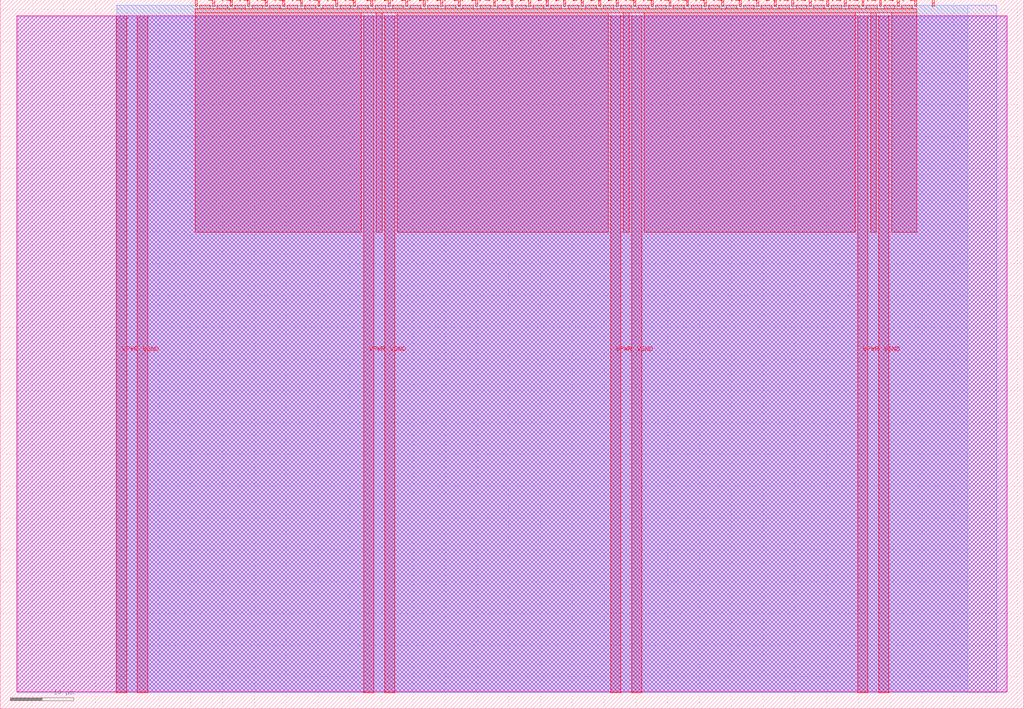
<source format=lef>
VERSION 5.7 ;
  NOWIREEXTENSIONATPIN ON ;
  DIVIDERCHAR "/" ;
  BUSBITCHARS "[]" ;
MACRO tt_um_kishorenetheti_tt16_mips
  CLASS BLOCK ;
  FOREIGN tt_um_kishorenetheti_tt16_mips ;
  ORIGIN 0.000 0.000 ;
  SIZE 161.000 BY 111.520 ;
  PIN VGND
    DIRECTION INOUT ;
    USE GROUND ;
    PORT
      LAYER met4 ;
        RECT 21.580 2.480 23.180 109.040 ;
    END
    PORT
      LAYER met4 ;
        RECT 60.450 2.480 62.050 109.040 ;
    END
    PORT
      LAYER met4 ;
        RECT 99.320 2.480 100.920 109.040 ;
    END
    PORT
      LAYER met4 ;
        RECT 138.190 2.480 139.790 109.040 ;
    END
  END VGND
  PIN VPWR
    DIRECTION INOUT ;
    USE POWER ;
    PORT
      LAYER met4 ;
        RECT 18.280 2.480 19.880 109.040 ;
    END
    PORT
      LAYER met4 ;
        RECT 57.150 2.480 58.750 109.040 ;
    END
    PORT
      LAYER met4 ;
        RECT 96.020 2.480 97.620 109.040 ;
    END
    PORT
      LAYER met4 ;
        RECT 134.890 2.480 136.490 109.040 ;
    END
  END VPWR
  PIN clk
    DIRECTION INPUT ;
    USE SIGNAL ;
    ANTENNAGATEAREA 0.852000 ;
    PORT
      LAYER met4 ;
        RECT 143.830 110.520 144.130 111.520 ;
    END
  END clk
  PIN ena
    DIRECTION INPUT ;
    USE SIGNAL ;
    PORT
      LAYER met4 ;
        RECT 146.590 110.520 146.890 111.520 ;
    END
  END ena
  PIN rst_n
    DIRECTION INPUT ;
    USE SIGNAL ;
    ANTENNAGATEAREA 0.213000 ;
    PORT
      LAYER met4 ;
        RECT 141.070 110.520 141.370 111.520 ;
    END
  END rst_n
  PIN ui_in[0]
    DIRECTION INPUT ;
    USE SIGNAL ;
    PORT
      LAYER met4 ;
        RECT 138.310 110.520 138.610 111.520 ;
    END
  END ui_in[0]
  PIN ui_in[1]
    DIRECTION INPUT ;
    USE SIGNAL ;
    PORT
      LAYER met4 ;
        RECT 135.550 110.520 135.850 111.520 ;
    END
  END ui_in[1]
  PIN ui_in[2]
    DIRECTION INPUT ;
    USE SIGNAL ;
    PORT
      LAYER met4 ;
        RECT 132.790 110.520 133.090 111.520 ;
    END
  END ui_in[2]
  PIN ui_in[3]
    DIRECTION INPUT ;
    USE SIGNAL ;
    PORT
      LAYER met4 ;
        RECT 130.030 110.520 130.330 111.520 ;
    END
  END ui_in[3]
  PIN ui_in[4]
    DIRECTION INPUT ;
    USE SIGNAL ;
    PORT
      LAYER met4 ;
        RECT 127.270 110.520 127.570 111.520 ;
    END
  END ui_in[4]
  PIN ui_in[5]
    DIRECTION INPUT ;
    USE SIGNAL ;
    PORT
      LAYER met4 ;
        RECT 124.510 110.520 124.810 111.520 ;
    END
  END ui_in[5]
  PIN ui_in[6]
    DIRECTION INPUT ;
    USE SIGNAL ;
    PORT
      LAYER met4 ;
        RECT 121.750 110.520 122.050 111.520 ;
    END
  END ui_in[6]
  PIN ui_in[7]
    DIRECTION INPUT ;
    USE SIGNAL ;
    PORT
      LAYER met4 ;
        RECT 118.990 110.520 119.290 111.520 ;
    END
  END ui_in[7]
  PIN uio_in[0]
    DIRECTION INPUT ;
    USE SIGNAL ;
    PORT
      LAYER met4 ;
        RECT 116.230 110.520 116.530 111.520 ;
    END
  END uio_in[0]
  PIN uio_in[1]
    DIRECTION INPUT ;
    USE SIGNAL ;
    PORT
      LAYER met4 ;
        RECT 113.470 110.520 113.770 111.520 ;
    END
  END uio_in[1]
  PIN uio_in[2]
    DIRECTION INPUT ;
    USE SIGNAL ;
    PORT
      LAYER met4 ;
        RECT 110.710 110.520 111.010 111.520 ;
    END
  END uio_in[2]
  PIN uio_in[3]
    DIRECTION INPUT ;
    USE SIGNAL ;
    PORT
      LAYER met4 ;
        RECT 107.950 110.520 108.250 111.520 ;
    END
  END uio_in[3]
  PIN uio_in[4]
    DIRECTION INPUT ;
    USE SIGNAL ;
    PORT
      LAYER met4 ;
        RECT 105.190 110.520 105.490 111.520 ;
    END
  END uio_in[4]
  PIN uio_in[5]
    DIRECTION INPUT ;
    USE SIGNAL ;
    PORT
      LAYER met4 ;
        RECT 102.430 110.520 102.730 111.520 ;
    END
  END uio_in[5]
  PIN uio_in[6]
    DIRECTION INPUT ;
    USE SIGNAL ;
    PORT
      LAYER met4 ;
        RECT 99.670 110.520 99.970 111.520 ;
    END
  END uio_in[6]
  PIN uio_in[7]
    DIRECTION INPUT ;
    USE SIGNAL ;
    PORT
      LAYER met4 ;
        RECT 96.910 110.520 97.210 111.520 ;
    END
  END uio_in[7]
  PIN uio_oe[0]
    DIRECTION OUTPUT ;
    USE SIGNAL ;
    PORT
      LAYER met4 ;
        RECT 49.990 110.520 50.290 111.520 ;
    END
  END uio_oe[0]
  PIN uio_oe[1]
    DIRECTION OUTPUT ;
    USE SIGNAL ;
    PORT
      LAYER met4 ;
        RECT 47.230 110.520 47.530 111.520 ;
    END
  END uio_oe[1]
  PIN uio_oe[2]
    DIRECTION OUTPUT ;
    USE SIGNAL ;
    PORT
      LAYER met4 ;
        RECT 44.470 110.520 44.770 111.520 ;
    END
  END uio_oe[2]
  PIN uio_oe[3]
    DIRECTION OUTPUT ;
    USE SIGNAL ;
    PORT
      LAYER met4 ;
        RECT 41.710 110.520 42.010 111.520 ;
    END
  END uio_oe[3]
  PIN uio_oe[4]
    DIRECTION OUTPUT ;
    USE SIGNAL ;
    PORT
      LAYER met4 ;
        RECT 38.950 110.520 39.250 111.520 ;
    END
  END uio_oe[4]
  PIN uio_oe[5]
    DIRECTION OUTPUT ;
    USE SIGNAL ;
    PORT
      LAYER met4 ;
        RECT 36.190 110.520 36.490 111.520 ;
    END
  END uio_oe[5]
  PIN uio_oe[6]
    DIRECTION OUTPUT ;
    USE SIGNAL ;
    PORT
      LAYER met4 ;
        RECT 33.430 110.520 33.730 111.520 ;
    END
  END uio_oe[6]
  PIN uio_oe[7]
    DIRECTION OUTPUT ;
    USE SIGNAL ;
    PORT
      LAYER met4 ;
        RECT 30.670 110.520 30.970 111.520 ;
    END
  END uio_oe[7]
  PIN uio_out[0]
    DIRECTION OUTPUT ;
    USE SIGNAL ;
    ANTENNADIFFAREA 0.445500 ;
    PORT
      LAYER met4 ;
        RECT 72.070 110.520 72.370 111.520 ;
    END
  END uio_out[0]
  PIN uio_out[1]
    DIRECTION OUTPUT ;
    USE SIGNAL ;
    ANTENNADIFFAREA 0.445500 ;
    PORT
      LAYER met4 ;
        RECT 69.310 110.520 69.610 111.520 ;
    END
  END uio_out[1]
  PIN uio_out[2]
    DIRECTION OUTPUT ;
    USE SIGNAL ;
    ANTENNADIFFAREA 0.445500 ;
    PORT
      LAYER met4 ;
        RECT 66.550 110.520 66.850 111.520 ;
    END
  END uio_out[2]
  PIN uio_out[3]
    DIRECTION OUTPUT ;
    USE SIGNAL ;
    ANTENNADIFFAREA 0.445500 ;
    PORT
      LAYER met4 ;
        RECT 63.790 110.520 64.090 111.520 ;
    END
  END uio_out[3]
  PIN uio_out[4]
    DIRECTION OUTPUT ;
    USE SIGNAL ;
    PORT
      LAYER met4 ;
        RECT 61.030 110.520 61.330 111.520 ;
    END
  END uio_out[4]
  PIN uio_out[5]
    DIRECTION OUTPUT ;
    USE SIGNAL ;
    PORT
      LAYER met4 ;
        RECT 58.270 110.520 58.570 111.520 ;
    END
  END uio_out[5]
  PIN uio_out[6]
    DIRECTION OUTPUT ;
    USE SIGNAL ;
    PORT
      LAYER met4 ;
        RECT 55.510 110.520 55.810 111.520 ;
    END
  END uio_out[6]
  PIN uio_out[7]
    DIRECTION OUTPUT ;
    USE SIGNAL ;
    PORT
      LAYER met4 ;
        RECT 52.750 110.520 53.050 111.520 ;
    END
  END uio_out[7]
  PIN uo_out[0]
    DIRECTION OUTPUT ;
    USE SIGNAL ;
    ANTENNAGATEAREA 1.615500 ;
    ANTENNADIFFAREA 1.075200 ;
    PORT
      LAYER met4 ;
        RECT 94.150 110.520 94.450 111.520 ;
    END
  END uo_out[0]
  PIN uo_out[1]
    DIRECTION OUTPUT ;
    USE SIGNAL ;
    ANTENNAGATEAREA 0.465000 ;
    ANTENNADIFFAREA 1.075200 ;
    PORT
      LAYER met4 ;
        RECT 91.390 110.520 91.690 111.520 ;
    END
  END uo_out[1]
  PIN uo_out[2]
    DIRECTION OUTPUT ;
    USE SIGNAL ;
    ANTENNAGATEAREA 1.242000 ;
    ANTENNADIFFAREA 1.075200 ;
    PORT
      LAYER met4 ;
        RECT 88.630 110.520 88.930 111.520 ;
    END
  END uo_out[2]
  PIN uo_out[3]
    DIRECTION OUTPUT ;
    USE SIGNAL ;
    ANTENNAGATEAREA 0.247500 ;
    ANTENNADIFFAREA 0.891000 ;
    PORT
      LAYER met4 ;
        RECT 85.870 110.520 86.170 111.520 ;
    END
  END uo_out[3]
  PIN uo_out[4]
    DIRECTION OUTPUT ;
    USE SIGNAL ;
    ANTENNAGATEAREA 0.247500 ;
    ANTENNADIFFAREA 0.891000 ;
    PORT
      LAYER met4 ;
        RECT 83.110 110.520 83.410 111.520 ;
    END
  END uo_out[4]
  PIN uo_out[5]
    DIRECTION OUTPUT ;
    USE SIGNAL ;
    ANTENNAGATEAREA 0.495000 ;
    ANTENNADIFFAREA 0.891000 ;
    PORT
      LAYER met4 ;
        RECT 80.350 110.520 80.650 111.520 ;
    END
  END uo_out[5]
  PIN uo_out[6]
    DIRECTION OUTPUT ;
    USE SIGNAL ;
    ANTENNAGATEAREA 0.247500 ;
    ANTENNADIFFAREA 0.891000 ;
    PORT
      LAYER met4 ;
        RECT 77.590 110.520 77.890 111.520 ;
    END
  END uo_out[6]
  PIN uo_out[7]
    DIRECTION OUTPUT ;
    USE SIGNAL ;
    ANTENNADIFFAREA 0.891000 ;
    PORT
      LAYER met4 ;
        RECT 74.830 110.520 75.130 111.520 ;
    END
  END uo_out[7]
  OBS
      LAYER nwell ;
        RECT 2.570 2.635 158.430 108.990 ;
      LAYER li1 ;
        RECT 2.760 2.635 158.240 108.885 ;
      LAYER met1 ;
        RECT 2.760 2.480 158.240 109.040 ;
      LAYER met2 ;
        RECT 18.310 2.535 156.760 110.685 ;
      LAYER met3 ;
        RECT 18.290 2.555 152.195 110.665 ;
      LAYER met4 ;
        RECT 31.370 110.120 33.030 110.665 ;
        RECT 34.130 110.120 35.790 110.665 ;
        RECT 36.890 110.120 38.550 110.665 ;
        RECT 39.650 110.120 41.310 110.665 ;
        RECT 42.410 110.120 44.070 110.665 ;
        RECT 45.170 110.120 46.830 110.665 ;
        RECT 47.930 110.120 49.590 110.665 ;
        RECT 50.690 110.120 52.350 110.665 ;
        RECT 53.450 110.120 55.110 110.665 ;
        RECT 56.210 110.120 57.870 110.665 ;
        RECT 58.970 110.120 60.630 110.665 ;
        RECT 61.730 110.120 63.390 110.665 ;
        RECT 64.490 110.120 66.150 110.665 ;
        RECT 67.250 110.120 68.910 110.665 ;
        RECT 70.010 110.120 71.670 110.665 ;
        RECT 72.770 110.120 74.430 110.665 ;
        RECT 75.530 110.120 77.190 110.665 ;
        RECT 78.290 110.120 79.950 110.665 ;
        RECT 81.050 110.120 82.710 110.665 ;
        RECT 83.810 110.120 85.470 110.665 ;
        RECT 86.570 110.120 88.230 110.665 ;
        RECT 89.330 110.120 90.990 110.665 ;
        RECT 92.090 110.120 93.750 110.665 ;
        RECT 94.850 110.120 96.510 110.665 ;
        RECT 97.610 110.120 99.270 110.665 ;
        RECT 100.370 110.120 102.030 110.665 ;
        RECT 103.130 110.120 104.790 110.665 ;
        RECT 105.890 110.120 107.550 110.665 ;
        RECT 108.650 110.120 110.310 110.665 ;
        RECT 111.410 110.120 113.070 110.665 ;
        RECT 114.170 110.120 115.830 110.665 ;
        RECT 116.930 110.120 118.590 110.665 ;
        RECT 119.690 110.120 121.350 110.665 ;
        RECT 122.450 110.120 124.110 110.665 ;
        RECT 125.210 110.120 126.870 110.665 ;
        RECT 127.970 110.120 129.630 110.665 ;
        RECT 130.730 110.120 132.390 110.665 ;
        RECT 133.490 110.120 135.150 110.665 ;
        RECT 136.250 110.120 137.910 110.665 ;
        RECT 139.010 110.120 140.670 110.665 ;
        RECT 141.770 110.120 143.430 110.665 ;
        RECT 30.655 109.440 144.145 110.120 ;
        RECT 30.655 74.975 56.750 109.440 ;
        RECT 59.150 74.975 60.050 109.440 ;
        RECT 62.450 74.975 95.620 109.440 ;
        RECT 98.020 74.975 98.920 109.440 ;
        RECT 101.320 74.975 134.490 109.440 ;
        RECT 136.890 74.975 137.790 109.440 ;
        RECT 140.190 74.975 144.145 109.440 ;
  END
END tt_um_kishorenetheti_tt16_mips
END LIBRARY


</source>
